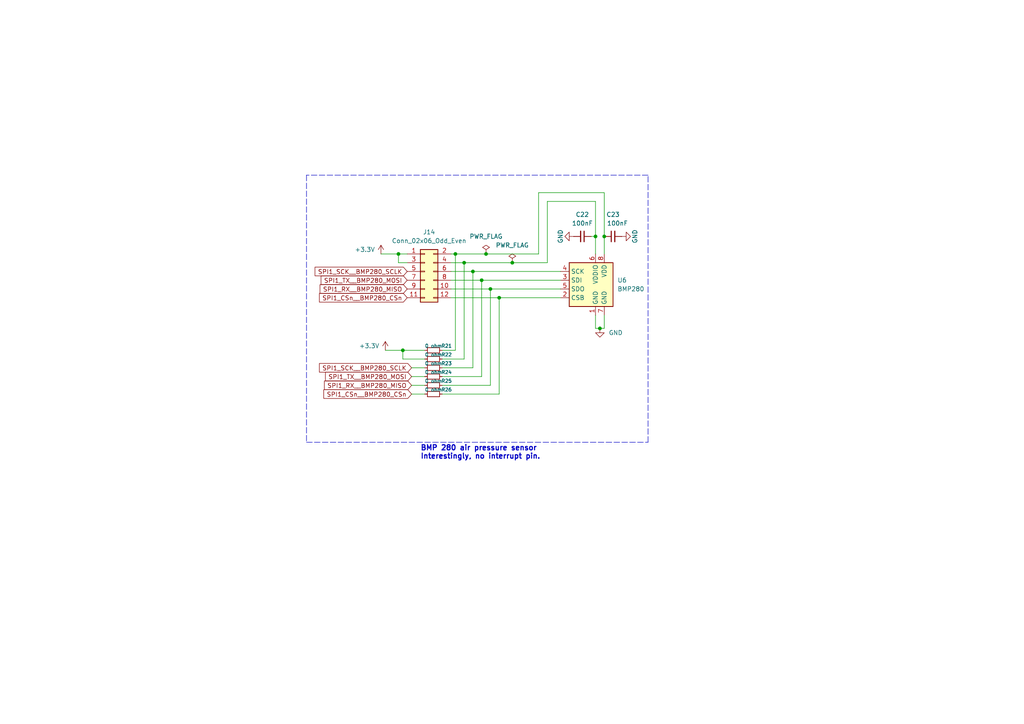
<source format=kicad_sch>
(kicad_sch (version 20211123) (generator eeschema)
  (paper "A4")
  (title_block (title "Barometer") (date "2023-01-29") (rev "v0.1"))
  (lib_symbols
    (symbol "Connector_Generic:Conn_02x06_Odd_Even" (pin_names (offset 1.016) hide)
      (property "Reference" "J" (at 1.27 7.62 0))
      (property "Value" "Conn_02x06_Odd_Even" (at 1.27 -10.16 0))
      (symbol "Conn_02x06_Odd_Even_1_1"
        (rectangle (start -1.27 -7.493) (end 0 -7.747) (stroke (width 0.1524)))
        (rectangle (start -1.27 -4.953) (end 0 -5.207) (stroke (width 0.1524)))
        (rectangle (start -1.27 -2.413) (end 0 -2.667) (stroke (width 0.1524)))
        (rectangle (start -1.27 0.127) (end 0 -0.127) (stroke (width 0.1524)))
        (rectangle (start -1.27 2.667) (end 0 2.413) (stroke (width 0.1524)))
        (rectangle (start -1.27 5.207) (end 0 4.953) (stroke (width 0.1524)))
        (rectangle (start -1.27 6.35) (end 3.81 -8.89) (stroke (width 0.254)) (fill (type background)))
        (rectangle (start 3.81 -7.493) (end 2.54 -7.747) (stroke (width 0.1524)))
        (rectangle (start 3.81 -4.953) (end 2.54 -5.207) (stroke (width 0.1524)))
        (rectangle (start 3.81 -2.413) (end 2.54 -2.667) (stroke (width 0.1524)))
        (rectangle (start 3.81 0.127) (end 2.54 -0.127) (stroke (width 0.1524)))
        (rectangle (start 3.81 2.667) (end 2.54 2.413) (stroke (width 0.1524)))
        (rectangle (start 3.81 5.207) (end 2.54 4.953) (stroke (width 0.1524)))
        (pin passive line (at -5.08 5.08 0) (length 3.81) (name "Pin_1") (number "1"))
        (pin passive line (at 7.62 -5.08 180) (length 3.81) (name "Pin_10") (number "10"))
        (pin passive line (at -5.08 -7.62 0) (length 3.81) (name "Pin_11") (number "11"))
        (pin passive line (at 7.62 -7.62 180) (length 3.81) (name "Pin_12") (number "12"))
        (pin passive line (at 7.62 5.08 180) (length 3.81) (name "Pin_2") (number "2"))
        (pin passive line (at -5.08 2.54 0) (length 3.81) (name "Pin_3") (number "3"))
        (pin passive line (at 7.62 2.54 180) (length 3.81) (name "Pin_4") (number "4"))
        (pin passive line (at -5.08 0 0) (length 3.81) (name "Pin_5") (number "5"))
        (pin passive line (at 7.62 0 180) (length 3.81) (name "Pin_6") (number "6"))
        (pin passive line (at -5.08 -2.54 0) (length 3.81) (name "Pin_7") (number "7"))
        (pin passive line (at 7.62 -2.54 180) (length 3.81) (name "Pin_8") (number "8"))
        (pin passive line (at -5.08 -5.08 0) (length 3.81) (name "Pin_9") (number "9"))
      )
    )
    (symbol "Device:C_Small" (pin_numbers hide) (pin_names (offset 0.254) hide)
      (property "Reference" "C" (at 0.254 1.778 0))
      (property "Value" "C_Small" (at 0.254 -2.032 0))
      (symbol "C_Small_0_1"
        (polyline (pts (xy -1.524 -0.508) (xy 1.524 -0.508)) (stroke (width 0.3302)))
        (polyline (pts (xy -1.524 0.508) (xy 1.524 0.508)) (stroke (width 0.3048)))
      )
      (symbol "C_Small_1_1"
        (pin passive line (at 0 2.54 270) (length 2.032) (name "~") (number "1"))
        (pin passive line (at 0 -2.54 90) (length 2.032) (name "~") (number "2"))
      )
    )
    (symbol "Device:R_Small" (pin_numbers hide) (pin_names (offset 0.254) hide)
      (property "Reference" "R" (at 0.762 0.508 0))
      (property "Value" "R_Small" (at 0.762 -1.016 0))
      (symbol "R_Small_0_1"
        (rectangle (start -0.762 1.778) (end 0.762 -1.778) (stroke (width 0.2032)))
      )
      (symbol "R_Small_1_1"
        (pin passive line (at 0 2.54 270) (length 0.762) (name "~") (number "1"))
        (pin passive line (at 0 -2.54 90) (length 0.762) (name "~") (number "2"))
      )
    )
    (symbol "Sensor_Pressure:BMP280"
      (property "Reference" "U" (at -7.62 10.16 0))
      (property "Value" "BMP280" (at 5.08 10.16 0))
      (symbol "BMP280_0_1"
        (rectangle (start -7.62 -5.08) (end 5.08 7.62) (stroke (width 0.254)) (fill (type background)))
      )
      (symbol "BMP280_1_1"
        (pin power_in line (at 0 -7.62 90) (length 2.54) (name "GND") (number "1"))
        (pin input line (at -10.16 -2.54 0) (length 2.54) (name "CSB") (number "2"))
        (pin bidirectional line (at -10.16 2.54 0) (length 2.54) (name "SDI") (number "3"))
        (pin input line (at -10.16 5.08 0) (length 2.54) (name "SCK") (number "4"))
        (pin bidirectional line (at -10.16 0 0) (length 2.54) (name "SDO") (number "5"))
        (pin power_in line (at 0 10.16 270) (length 2.54) (name "VDDIO") (number "6"))
        (pin power_in line (at 2.54 -7.62 90) (length 2.54) (name "GND") (number "7"))
        (pin power_in line (at 2.54 10.16 270) (length 2.54) (name "VDD") (number "8"))
      )
    )
    (symbol "power:+3.3V" (power) (pin_names (offset 0))
      (property "Value" "+3.3V" (at 0 3.556 0))
      (symbol "+3.3V_0_1"
        (polyline (pts (xy -0.762 1.27) (xy 0 2.54)))
        (polyline (pts (xy 0 0) (xy 0 2.54)))
        (polyline (pts (xy 0 2.54) (xy 0.762 1.27)))
      )
      (symbol "+3.3V_1_1"
        (pin power_in line (at 0 0 90) (length 0) hide (name "+3.3V") (number "1"))
      )
    )
    (symbol "power:GND" (power) (pin_names (offset 0))
      (property "Value" "GND" (at 0 -3.81 0))
      (symbol "GND_0_1"
        (polyline (pts (xy 0 0) (xy 0 -1.27) (xy 1.27 -1.27) (xy 0 -2.54) (xy -1.27 -1.27) (xy 0 -1.27)))
      )
      (symbol "GND_1_1"
        (pin power_in line (at 0 0 270) (length 0) hide (name "GND") (number "1"))
      )
    )
    (symbol "power:PWR_FLAG" (power) (pin_numbers hide) (pin_names (offset 0) hide)
      (property "Value" "PWR_FLAG" (at 0 3.81 0))
      (symbol "PWR_FLAG_0_0"
        (pin power_out line (at 0 0 90) (length 0) (name "pwr") (number "1"))
      )
      (symbol "PWR_FLAG_0_1"
        (polyline (pts (xy 0 0) (xy 0 1.27) (xy -1.016 1.905) (xy 0 2.54) (xy 1.016 1.905) (xy 0 1.27)))
      )
    )
  )
  (junction (at 116.84 101.6))
  (junction (at 175.26 68.58))
  (junction (at 142.24 83.82))
  (junction (at 134.62 76.2))
  (junction (at 144.78 86.36))
  (junction (at 173.99 95.25))
  (junction (at 148.59 76.2))
  (junction (at 172.72 68.58))
  (junction (at 139.7 81.28))
  (junction (at 140.97 73.66))
  (junction (at 137.16 78.74))
  (junction (at 132.08 73.66))
  (junction (at 115.57 73.66))
  (wire (pts (xy 140.97 73.66) (xy 156.21 73.66)))
  (polyline (pts (xy 187.96 128.27) (xy 187.96 50.8)))
  (wire (pts (xy 132.08 73.66) (xy 140.97 73.66)))
  (wire (pts (xy 137.16 78.74) (xy 162.56 78.74)))
  (wire (pts (xy 171.45 68.58) (xy 172.72 68.58)))
  (wire (pts (xy 128.27 101.6) (xy 132.08 101.6)))
  (wire (pts (xy 142.24 83.82) (xy 162.56 83.82)))
  (wire (pts (xy 172.72 58.42) (xy 172.72 68.58)))
  (wire (pts (xy 172.72 68.58) (xy 172.72 73.66)))
  (polyline (pts (xy 187.96 50.8) (xy 88.9 50.8)))
  (wire (pts (xy 116.84 101.6) (xy 123.19 101.6)))
  (wire (pts (xy 173.99 95.25) (xy 175.26 95.25)))
  (wire (pts (xy 134.62 76.2) (xy 148.59 76.2)))
  (wire (pts (xy 148.59 76.2) (xy 158.75 76.2)))
  (wire (pts (xy 137.16 106.68) (xy 137.16 78.74)))
  (wire (pts (xy 128.27 106.68) (xy 137.16 106.68)))
  (wire (pts (xy 139.7 109.22) (xy 128.27 109.22)))
  (wire (pts (xy 110.49 73.66) (xy 115.57 73.66)))
  (wire (pts (xy 144.78 86.36) (xy 162.56 86.36)))
  (wire (pts (xy 175.26 91.44) (xy 175.26 95.25)))
  (wire (pts (xy 116.84 101.6) (xy 116.84 104.14)))
  (polyline (pts (xy 88.9 128.27) (xy 187.96 128.27)))
  (wire (pts (xy 175.26 55.88) (xy 175.26 68.58)))
  (wire (pts (xy 132.08 101.6) (xy 132.08 73.66)))
  (wire (pts (xy 123.19 114.3) (xy 119.38 114.3)))
  (wire (pts (xy 142.24 111.76) (xy 142.24 83.82)))
  (wire (pts (xy 130.81 78.74) (xy 137.16 78.74)))
  (wire (pts (xy 173.99 95.25) (xy 172.72 95.25)))
  (wire (pts (xy 130.81 81.28) (xy 139.7 81.28)))
  (wire (pts (xy 172.72 95.25) (xy 172.72 91.44)))
  (wire (pts (xy 158.75 58.42) (xy 172.72 58.42)))
  (wire (pts (xy 144.78 86.36) (xy 144.78 114.3)))
  (wire (pts (xy 156.21 55.88) (xy 175.26 55.88)))
  (wire (pts (xy 130.81 86.36) (xy 144.78 86.36)))
  (wire (pts (xy 139.7 81.28) (xy 139.7 109.22)))
  (wire (pts (xy 123.19 104.14) (xy 116.84 104.14)))
  (wire (pts (xy 118.11 76.2) (xy 115.57 76.2)))
  (wire (pts (xy 158.75 76.2) (xy 158.75 58.42)))
  (wire (pts (xy 156.21 73.66) (xy 156.21 55.88)))
  (wire (pts (xy 123.19 109.22) (xy 119.38 109.22)))
  (wire (pts (xy 128.27 111.76) (xy 142.24 111.76)))
  (wire (pts (xy 130.81 73.66) (xy 132.08 73.66)))
  (wire (pts (xy 144.78 114.3) (xy 128.27 114.3)))
  (wire (pts (xy 115.57 73.66) (xy 115.57 76.2)))
  (polyline (pts (xy 88.9 50.8) (xy 88.9 128.27)))
  (wire (pts (xy 115.57 73.66) (xy 118.11 73.66)))
  (wire (pts (xy 123.19 111.76) (xy 119.38 111.76)))
  (wire (pts (xy 139.7 81.28) (xy 162.56 81.28)))
  (wire (pts (xy 130.81 76.2) (xy 134.62 76.2)))
  (wire (pts (xy 134.62 76.2) (xy 134.62 104.14)))
  (wire (pts (xy 123.19 106.68) (xy 119.38 106.68)))
  (wire (pts (xy 111.76 101.6) (xy 116.84 101.6)))
  (wire (pts (xy 134.62 104.14) (xy 128.27 104.14)))
  (wire (pts (xy 175.26 68.58) (xy 175.26 73.66)))
  (wire (pts (xy 130.81 83.82) (xy 142.24 83.82)))
  (text "BMP 280 air pressure sensor\nInterestingly, no interrupt pin." (at 121.92 133.35 0) (effects (font (size 1.5 1.5) (thickness 0.3) bold) (justify left bottom)))
  (global_label "SPI1_RX__BMP280_MISO" (shape input) (at 118.11 83.82 180) (property "Intersheet References" "${INTERSHEET_REFS}" (effects hide)))
  (global_label "SPI1_CSn__BMP280_CSn" (shape input) (at 118.11 86.36 180) (property "Intersheet References" "${INTERSHEET_REFS}" (effects hide)))
  (global_label "SPI1_SCK__BMP280_SCLK" (shape input) (at 118.11 78.74 180) (property "Intersheet References" "${INTERSHEET_REFS}" (effects hide)))
  (global_label "SPI1_SCK__BMP280_SCLK" (shape input) (at 119.38 106.68 180) (property "Intersheet References" "${INTERSHEET_REFS}" (effects hide)))
  (global_label "SPI1_TX__BMP280_MOSI" (shape input) (at 118.11 81.28 180) (property "Intersheet References" "${INTERSHEET_REFS}" (effects hide)))
  (global_label "SPI1_CSn__BMP280_CSn" (shape input) (at 119.38 114.3 180) (property "Intersheet References" "${INTERSHEET_REFS}" (effects hide)))
  (global_label "SPI1_TX__BMP280_MOSI" (shape input) (at 119.38 109.22 180) (property "Intersheet References" "${INTERSHEET_REFS}" (effects hide)))
  (global_label "SPI1_RX__BMP280_MISO" (shape input) (at 119.38 111.76 180) (property "Intersheet References" "${INTERSHEET_REFS}" (effects hide)))
  (symbol (lib_id "power:PWR_FLAG") (at 140.97 73.66 0) (unit 1)
    (property "Reference" "#FLG04" (effects hide))
    (property "Value" "PWR_FLAG" (at 140.97 68.58 0))
  )
  (symbol (lib_id "Device:R_Small") (at 125.73 104.14 90) (unit 1)
    (property "Reference" "R22" (at 129.54 102.87 90) (effects (font (size 1 1))))
    (property "Value" "0 ohm" (at 125.73 102.87 90) (effects (font (size 1 1))))
    (property "Footprint" "Resistor_SMD:R_0402_1005Metric" (effects hide))
  )
  (symbol (lib_id "Device:R_Small") (at 125.73 101.6 90) (unit 1)
    (property "Reference" "R21" (at 129.54 100.33 90) (effects (font (size 1 1))))
    (property "Value" "0 ohm" (at 125.73 100.33 90) (effects (font (size 1 1))))
    (property "Footprint" "Resistor_SMD:R_0402_1005Metric" (effects hide))
  )
  (symbol (lib_id "Sensor_Pressure:BMP280") (at 172.72 83.82 0) (unit 1)
    (property "Reference" "U6" (at 179.07 81.2799 0) (effects (justify left)))
    (property "Value" "BMP280" (at 179.07 83.8199 0) (effects (justify left)))
    (property "Footprint" "Package_LGA:Bosch_LGA-8_2x2.5mm_P0.65mm_ClockwisePinNumbering" (effects hide))
    (property "Datasheet" "https://ae-bst.resource.bosch.com/media/_tech/media/datasheets/BST-BMP280-DS001.pdf" (effects hide))
  )
  (symbol (lib_id "Device:R_Small") (at 125.73 106.68 90) (unit 1)
    (property "Reference" "R23" (at 129.54 105.41 90) (effects (font (size 1 1))))
    (property "Value" "0 ohm" (at 125.73 105.41 90) (effects (font (size 1 1))))
    (property "Footprint" "Resistor_SMD:R_0402_1005Metric" (effects hide))
  )
  (symbol (lib_id "power:+3.3V") (at 111.76 101.6 0) (mirror y) (unit 1)
    (property "Reference" "#PWR047" (effects hide))
    (property "Value" "+3.3V" (at 104.14 100.33 0) (effects (justify right)))
  )
  (symbol (lib_id "Device:R_Small") (at 125.73 109.22 90) (unit 1)
    (property "Reference" "R24" (at 129.54 107.95 90) (effects (font (size 1 1))))
    (property "Value" "0 ohm" (at 125.73 107.95 90) (effects (font (size 1 1))))
    (property "Footprint" "Resistor_SMD:R_0402_1005Metric" (effects hide))
  )
  (symbol (lib_id "Connector_Generic:Conn_02x06_Odd_Even") (at 123.19 78.74 0) (unit 1)
    (property "Reference" "J14" (at 124.46 67.31 0))
    (property "Value" "Conn_02x06_Odd_Even" (at 124.46 69.85 0))
    (property "Footprint" "Connector_PinHeader_2.54mm:PinHeader_2x06_P2.54mm_Vertical" (effects hide))
  )
  (symbol (lib_id "power:GND") (at 166.37 68.58 270) (unit 1)
    (property "Reference" "#PWR048" (effects hide))
    (property "Value" "GND" (at 162.56 68.58 0))
  )
  (symbol (lib_id "Device:C_Small") (at 177.8 68.58 90) (mirror x) (unit 1)
    (property "Reference" "C23" (at 177.8063 62.23 90))
    (property "Value" "100nF" (at 179.07 64.77 90))
    (property "Footprint" "Capacitor_SMD:C_0402_1005Metric" (effects hide))
  )
  (symbol (lib_id "power:GND") (at 173.99 95.25 0) (unit 1)
    (property "Reference" "#PWR049" (effects hide))
    (property "Value" "GND" (at 176.53 96.5199 0) (effects (justify left)))
  )
  (symbol (lib_id "Device:R_Small") (at 125.73 111.76 90) (unit 1)
    (property "Reference" "R25" (at 129.54 110.49 90) (effects (font (size 1 1))))
    (property "Value" "0 ohm" (at 125.73 110.49 90) (effects (font (size 1 1))))
    (property "Footprint" "Resistor_SMD:R_0402_1005Metric" (effects hide))
  )
  (symbol (lib_id "power:+3.3V") (at 110.49 73.66 0) (mirror y) (unit 1)
    (property "Reference" "#PWR046" (effects hide))
    (property "Value" "+3.3V" (at 102.87 72.39 0) (effects (justify right)))
  )
  (symbol (lib_id "Device:C_Small") (at 168.91 68.58 270) (mirror x) (unit 1)
    (property "Reference" "C22" (at 168.9036 62.23 90))
    (property "Value" "100nF" (at 168.9036 64.77 90))
    (property "Footprint" "Capacitor_SMD:C_0402_1005Metric" (effects hide))
  )
  (symbol (lib_id "power:GND") (at 180.34 68.58 90) (unit 1)
    (property "Reference" "#PWR050" (effects hide))
    (property "Value" "GND" (at 184.15 68.58 0))
  )
  (symbol (lib_id "power:PWR_FLAG") (at 148.59 76.2 0) (unit 1)
    (property "Reference" "#FLG05" (effects hide))
    (property "Value" "PWR_FLAG" (at 148.59 71.12 0))
  )
  (symbol (lib_id "Device:R_Small") (at 125.73 114.3 90) (unit 1)
    (property "Reference" "R26" (at 129.54 113.03 90) (effects (font (size 1 1))))
    (property "Value" "0 ohm" (at 125.73 113.03 90) (effects (font (size 1 1))))
    (property "Footprint" "Resistor_SMD:R_0402_1005Metric" (effects hide))
  )
)
</source>
